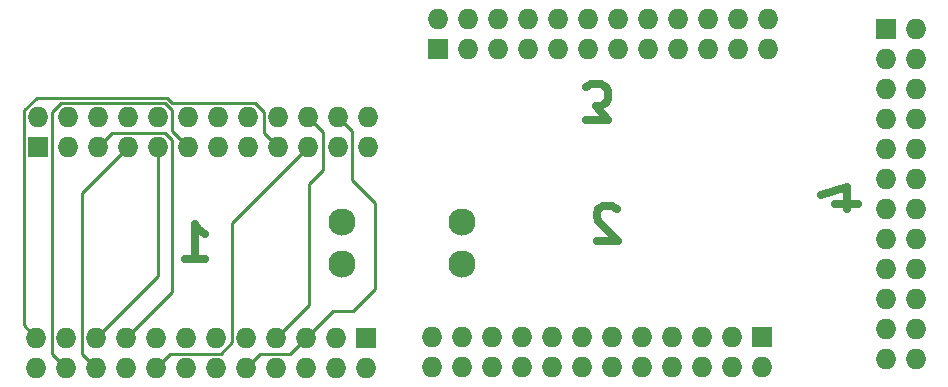
<source format=gbr>
G04 #@! TF.FileFunction,Copper,L2,Bot,Signal*
%FSLAX46Y46*%
G04 Gerber Fmt 4.6, Leading zero omitted, Abs format (unit mm)*
G04 Created by KiCad (PCBNEW 4.0.2+dfsg1-stable) date lun 28 gen 2019 08:35:01 CET*
%MOMM*%
G01*
G04 APERTURE LIST*
%ADD10C,0.100000*%
%ADD11C,0.700000*%
%ADD12O,1.727200X1.727200*%
%ADD13R,1.727200X1.727200*%
%ADD14C,2.300000*%
%ADD15C,0.250000*%
G04 APERTURE END LIST*
D10*
D11*
X138323083Y-92684529D02*
X140323083Y-92684529D01*
X137180226Y-91970243D02*
X139323083Y-91255958D01*
X139323083Y-93113100D01*
X117252240Y-85544137D02*
X119109383Y-85544137D01*
X118109383Y-84401280D01*
X118537955Y-84401280D01*
X118823669Y-84258423D01*
X118966526Y-84115566D01*
X119109383Y-83829851D01*
X119109383Y-83115566D01*
X118966526Y-82829851D01*
X118823669Y-82686994D01*
X118537955Y-82544137D01*
X117680812Y-82544137D01*
X117395098Y-82686994D01*
X117252240Y-82829851D01*
X119866302Y-93158797D02*
X119723445Y-93015940D01*
X119437731Y-92873083D01*
X118723445Y-92873083D01*
X118437731Y-93015940D01*
X118294874Y-93158797D01*
X118152017Y-93444511D01*
X118152017Y-93730226D01*
X118294874Y-94158797D01*
X120009160Y-95873083D01*
X118152017Y-95873083D01*
X83305757Y-97353903D02*
X85020042Y-97353903D01*
X84162900Y-97353903D02*
X84162900Y-94353903D01*
X84448614Y-94782474D01*
X84734328Y-95068189D01*
X85020042Y-95211046D01*
D12*
X142635905Y-105830583D03*
X145175905Y-105830583D03*
X142635905Y-103290583D03*
X145175905Y-103290583D03*
X142635905Y-100750583D03*
X145175905Y-100750583D03*
X142635905Y-98210583D03*
X145175905Y-98210583D03*
X142635905Y-95670583D03*
X145175905Y-95670583D03*
X142635905Y-93130583D03*
X145175905Y-93130583D03*
X142635905Y-90590583D03*
X145175905Y-90590583D03*
X142635905Y-88050583D03*
X145175905Y-88050583D03*
X142635905Y-85510583D03*
X145175905Y-85510583D03*
X142635905Y-82970583D03*
X145175905Y-82970583D03*
X142635905Y-80430583D03*
X145175905Y-80430583D03*
D13*
X142635905Y-77890583D03*
D12*
X145175905Y-77890583D03*
X132646420Y-79606140D03*
X132646420Y-77066140D03*
X130106420Y-79606140D03*
X130106420Y-77066140D03*
X127566420Y-79606140D03*
X127566420Y-77066140D03*
X125026420Y-79606140D03*
X125026420Y-77066140D03*
X122486420Y-79606140D03*
X122486420Y-77066140D03*
X119946420Y-79606140D03*
X119946420Y-77066140D03*
X117406420Y-79606140D03*
X117406420Y-77066140D03*
X114866420Y-79606140D03*
X114866420Y-77066140D03*
X112326420Y-79606140D03*
X112326420Y-77066140D03*
X109786420Y-79606140D03*
X109786420Y-77066140D03*
X107246420Y-79606140D03*
X107246420Y-77066140D03*
D13*
X104706420Y-79606140D03*
D12*
X104706420Y-77066140D03*
X104247216Y-103989516D03*
X104247216Y-106529516D03*
X106787216Y-103989516D03*
X106787216Y-106529516D03*
X109327216Y-103989516D03*
X109327216Y-106529516D03*
X111867216Y-103989516D03*
X111867216Y-106529516D03*
X114407216Y-103989516D03*
X114407216Y-106529516D03*
X116947216Y-103989516D03*
X116947216Y-106529516D03*
X119487216Y-103989516D03*
X119487216Y-106529516D03*
X122027216Y-103989516D03*
X122027216Y-106529516D03*
X124567216Y-103989516D03*
X124567216Y-106529516D03*
X127107216Y-103989516D03*
X127107216Y-106529516D03*
X129647216Y-103989516D03*
X129647216Y-106529516D03*
D13*
X132187216Y-103989516D03*
D12*
X132187216Y-106529516D03*
X98811080Y-87871300D03*
X98811080Y-85331300D03*
X96271080Y-87871300D03*
X96271080Y-85331300D03*
X93731080Y-87871300D03*
X93731080Y-85331300D03*
X91191080Y-87871300D03*
X91191080Y-85331300D03*
X88651080Y-87871300D03*
X88651080Y-85331300D03*
X86111080Y-87871300D03*
X86111080Y-85331300D03*
X83571080Y-87871300D03*
X83571080Y-85331300D03*
X81031080Y-87871300D03*
X81031080Y-85331300D03*
X78491080Y-87871300D03*
X78491080Y-85331300D03*
X75951080Y-87871300D03*
X75951080Y-85331300D03*
X73411080Y-87871300D03*
X73411080Y-85331300D03*
D13*
X70871080Y-87871300D03*
D12*
X70871080Y-85331300D03*
X70731380Y-104007920D03*
X70731380Y-106547920D03*
X73271380Y-104007920D03*
X73271380Y-106547920D03*
X75811380Y-104007920D03*
X75811380Y-106547920D03*
X78351380Y-104007920D03*
X78351380Y-106547920D03*
X80891380Y-104007920D03*
X80891380Y-106547920D03*
X83431380Y-104007920D03*
X83431380Y-106547920D03*
X85971380Y-104007920D03*
X85971380Y-106547920D03*
X88511380Y-104007920D03*
X88511380Y-106547920D03*
X91051380Y-104007920D03*
X91051380Y-106547920D03*
X93591380Y-104007920D03*
X93591380Y-106547920D03*
X96131380Y-104007920D03*
X96131380Y-106547920D03*
D13*
X98671380Y-104007920D03*
D12*
X98671380Y-106547920D03*
D14*
X106743500Y-94249300D03*
X106743500Y-97749300D03*
X96575880Y-97749300D03*
X96575880Y-94249300D03*
D15*
X97574100Y-101719380D02*
X95879920Y-101719380D01*
X95879920Y-101719380D02*
X93591380Y-104007920D01*
X99397820Y-99895660D02*
X97574100Y-101719380D01*
X99397820Y-92583000D02*
X99397820Y-99895660D01*
X96271080Y-85331300D02*
X97459681Y-86519901D01*
X97459681Y-86519901D02*
X97459681Y-90644861D01*
X97459681Y-90644861D02*
X99397820Y-92583000D01*
X88511380Y-106547920D02*
X89699981Y-105359319D01*
X89699981Y-105359319D02*
X92239981Y-105359319D01*
X92239981Y-105359319D02*
X92727781Y-104871519D01*
X92727781Y-104871519D02*
X93591380Y-104007920D01*
X93776800Y-91038680D02*
X93776800Y-101282500D01*
X93776800Y-101282500D02*
X91051380Y-104007920D01*
X94980879Y-89834601D02*
X93776800Y-91038680D01*
X93731080Y-85331300D02*
X94980879Y-86581099D01*
X94980879Y-86581099D02*
X94980879Y-89834601D01*
X80891380Y-106547920D02*
X82079981Y-105359319D01*
X87322779Y-94279601D02*
X92867481Y-88734899D01*
X82079981Y-105359319D02*
X86379111Y-105359319D01*
X86379111Y-105359319D02*
X87322779Y-104415651D01*
X87322779Y-104415651D02*
X87322779Y-94279601D01*
X92867481Y-88734899D02*
X93731080Y-87871300D01*
X75951080Y-87871300D02*
X77139681Y-86682699D01*
X77139681Y-86682699D02*
X81601609Y-86682699D01*
X79214979Y-103144321D02*
X78351380Y-104007920D01*
X81601609Y-86682699D02*
X82219681Y-87300771D01*
X82219681Y-87300771D02*
X82219681Y-100139619D01*
X82219681Y-100139619D02*
X79214979Y-103144321D01*
X75811380Y-104007920D02*
X81031080Y-98788220D01*
X81031080Y-98788220D02*
X81031080Y-87871300D01*
X75811380Y-106547920D02*
X74622779Y-105359319D01*
X74622779Y-105359319D02*
X74622779Y-91739601D01*
X74622779Y-91739601D02*
X77627481Y-88734899D01*
X77627481Y-88734899D02*
X78491080Y-87871300D01*
X72082779Y-84900471D02*
X72840551Y-84142699D01*
X82219681Y-86519901D02*
X82707481Y-87007701D01*
X72840551Y-84142699D02*
X81601609Y-84142699D01*
X73271380Y-106547920D02*
X72082779Y-105359319D01*
X72082779Y-105359319D02*
X72082779Y-84900471D01*
X81601609Y-84142699D02*
X82219681Y-84760771D01*
X82219681Y-84760771D02*
X82219681Y-86519901D01*
X82707481Y-87007701D02*
X83571080Y-87871300D01*
X73271380Y-106547920D02*
X73271380Y-105806240D01*
X90327481Y-87007701D02*
X91191080Y-87871300D01*
X89221609Y-84142699D02*
X90002479Y-84923569D01*
X82238019Y-84142699D02*
X89221609Y-84142699D01*
X90002479Y-86682699D02*
X90327481Y-87007701D01*
X81788009Y-83692688D02*
X82238019Y-84142699D01*
X70750562Y-83692688D02*
X81788009Y-83692688D01*
X69682479Y-84760771D02*
X70750562Y-83692688D01*
X90002479Y-84923569D02*
X90002479Y-86682699D01*
X69682479Y-102959019D02*
X69682479Y-84760771D01*
X70731380Y-104007920D02*
X69682479Y-102959019D01*
M02*

</source>
